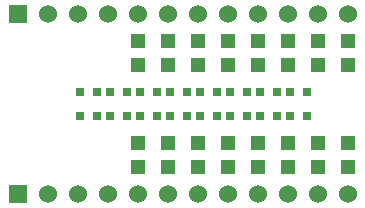
<source format=gts>
G04 (created by PCBNEW (2013-01-27 BZR 3925)-testing) date Tue 29 Jan 2013 05:43:06 PM CET*
%MOIN*%
G04 Gerber Fmt 3.4, Leading zero omitted, Abs format*
%FSLAX34Y34*%
G01*
G70*
G90*
G04 APERTURE LIST*
%ADD10C,2.3622e-06*%
%ADD11R,0.06X0.06*%
%ADD12C,0.06*%
%ADD13R,0.0314X0.0314*%
%ADD14R,0.0472X0.0472*%
G04 APERTURE END LIST*
G54D10*
G54D11*
X55500Y-48000D03*
G54D12*
X56500Y-48000D03*
X57500Y-48000D03*
X58500Y-48000D03*
X59500Y-48000D03*
X60500Y-48000D03*
X61500Y-48000D03*
X62500Y-48000D03*
X63500Y-48000D03*
X64500Y-48000D03*
X65500Y-48000D03*
X66500Y-48000D03*
G54D11*
X55500Y-42000D03*
G54D12*
X56500Y-42000D03*
X57500Y-42000D03*
X58500Y-42000D03*
X59500Y-42000D03*
X60500Y-42000D03*
X61500Y-42000D03*
X62500Y-42000D03*
X63500Y-42000D03*
X64500Y-42000D03*
X65500Y-42000D03*
X66500Y-42000D03*
G54D13*
X58156Y-45400D03*
X57566Y-45400D03*
X58156Y-44600D03*
X57566Y-44600D03*
X59156Y-44600D03*
X58566Y-44600D03*
X60156Y-44600D03*
X59566Y-44600D03*
X61156Y-44600D03*
X60566Y-44600D03*
X63156Y-44600D03*
X62566Y-44600D03*
X62156Y-44600D03*
X61566Y-44600D03*
X64156Y-44600D03*
X63566Y-44600D03*
X65156Y-44600D03*
X64566Y-44600D03*
X65156Y-45400D03*
X64566Y-45400D03*
X64156Y-45400D03*
X63566Y-45400D03*
X63156Y-45400D03*
X62566Y-45400D03*
X62156Y-45400D03*
X61566Y-45400D03*
X60156Y-45400D03*
X59566Y-45400D03*
X61156Y-45400D03*
X60566Y-45400D03*
X59156Y-45400D03*
X58566Y-45400D03*
G54D14*
X61500Y-43713D03*
X61500Y-42887D03*
X60500Y-46287D03*
X60500Y-47113D03*
X62500Y-43713D03*
X62500Y-42887D03*
X59500Y-43713D03*
X59500Y-42887D03*
X60500Y-43713D03*
X60500Y-42887D03*
X63500Y-43713D03*
X63500Y-42887D03*
X64500Y-43713D03*
X64500Y-42887D03*
X65500Y-43713D03*
X65500Y-42887D03*
X66500Y-43713D03*
X66500Y-42887D03*
X59500Y-46287D03*
X59500Y-47113D03*
X64500Y-46287D03*
X64500Y-47113D03*
X63500Y-46287D03*
X63500Y-47113D03*
X66500Y-46287D03*
X66500Y-47113D03*
X65500Y-46287D03*
X65500Y-47113D03*
X62500Y-46287D03*
X62500Y-47113D03*
X61500Y-46287D03*
X61500Y-47113D03*
M02*

</source>
